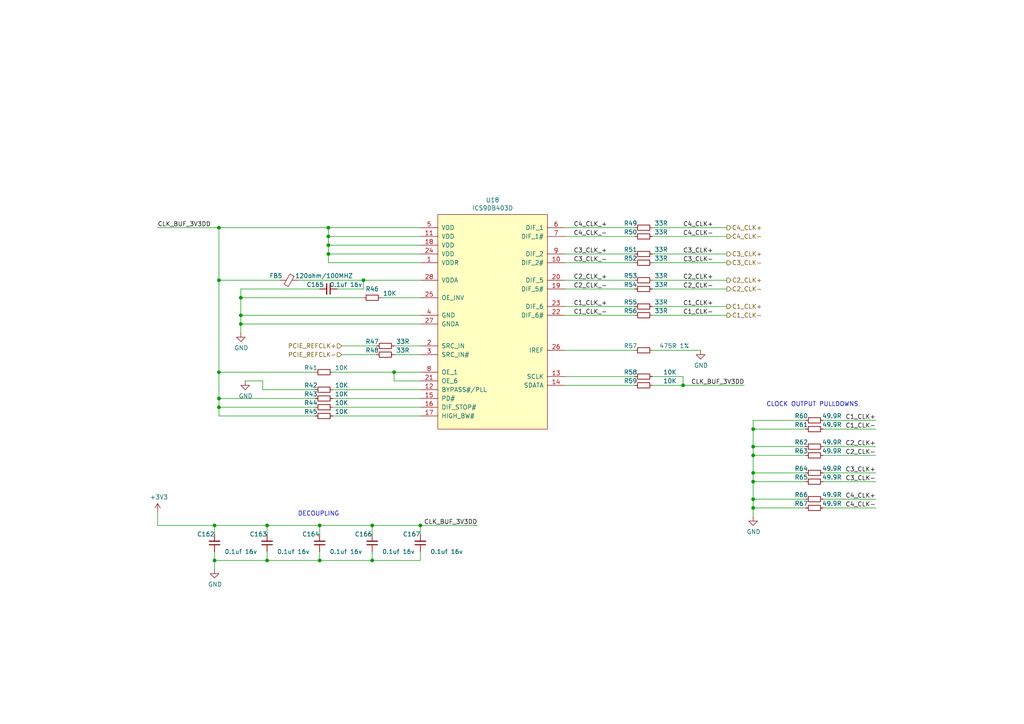
<source format=kicad_sch>
(kicad_sch (version 20211123) (generator eeschema)
  (paper "A4")
  (lib_symbols
    (symbol "Device:C_Small" (pin_numbers hide) (pin_names (offset 0.254) hide)
      (property "Reference" "C" (at 0.254 1.778 0))
      (property "Value" "C_Small" (at 0.254 -2.032 0))
      (symbol "C_Small_0_1"
        (polyline (pts (xy -1.524 -0.508) (xy 1.524 -0.508)) (stroke (width 0.3302)))
        (polyline (pts (xy -1.524 0.508) (xy 1.524 0.508)) (stroke (width 0.3048)))
      )
      (symbol "C_Small_1_1"
        (pin passive line (at 0 2.54 270) (length 2.032) (name "~") (number "1"))
        (pin passive line (at 0 -2.54 90) (length 2.032) (name "~") (number "2"))
      )
    )
    (symbol "Device:R_Small" (pin_numbers hide) (pin_names (offset 0.254) hide)
      (property "Reference" "R" (at 0.762 0.508 0))
      (property "Value" "R_Small" (at 0.762 -1.016 0))
      (symbol "R_Small_0_1"
        (rectangle (start -0.762 1.778) (end 0.762 -1.778) (stroke (width 0.2032)))
      )
      (symbol "R_Small_1_1"
        (pin passive line (at 0 2.54 270) (length 0.762) (name "~") (number "1"))
        (pin passive line (at 0 -2.54 90) (length 0.762) (name "~") (number "2"))
      )
    )
    (symbol "h2_USB3card-rescue:+3.3V-power" (power) (pin_names (offset 0))
      (property "Value" "+3.3V-power" (at 0 3.556 0))
      (symbol "+3.3V-power_0_1"
        (polyline (pts (xy -0.762 1.27) (xy 0 2.54)))
        (polyline (pts (xy 0 0) (xy 0 2.54)))
        (polyline (pts (xy 0 2.54) (xy 0.762 1.27)))
      )
      (symbol "+3.3V-power_1_1"
        (pin power_in line (at 0 0 90) (length 0) hide (name "+3V3") (number "1"))
      )
    )
    (symbol "h2_USB3card-rescue:Ferrite_Bead_Small-Device" (pin_numbers hide) (pin_names (offset 0))
      (property "Reference" "FB" (at 1.905 1.27 0))
      (property "Value" "Ferrite_Bead_Small-Device" (at 1.905 -1.27 0))
      (symbol "Ferrite_Bead_Small-Device_0_1"
        (polyline (pts (xy 0 -1.27) (xy 0 -0.7874)))
        (polyline (pts (xy 0 0.889) (xy 0 1.2954)))
        (polyline (pts (xy -1.8288 0.2794) (xy -1.1176 1.4986) (xy 1.8288 -0.2032) (xy 1.1176 -1.4224) (xy -1.8288 0.2794)))
      )
      (symbol "Ferrite_Bead_Small-Device_1_1"
        (pin passive line (at 0 2.54 270) (length 1.27) (name "~") (number "1"))
        (pin passive line (at 0 -2.54 90) (length 1.27) (name "~") (number "2"))
      )
    )
    (symbol "h2_USB3card-rescue:ICS9DB403D-ST_Extra" (pin_names (offset 1.016))
      (property "Reference" "U" (at -2.54 31.75 0))
      (property "Value" "ICS9DB403D-ST_Extra" (at 8.89 -33.02 0))
      (symbol "ICS9DB403D-ST_Extra_0_1"
        (rectangle (start -16.51 30.48) (end 15.24 -31.75) (fill (type background)))
      )
      (symbol "ICS9DB403D-ST_Extra_1_1"
        (pin power_in line (at -21.59 16.51 0) (length 5.08) (name "VDDR") (number "1"))
        (pin output line (at 20.32 16.51 180) (length 5.08) (name "DIF_2#") (number "10"))
        (pin power_in line (at -21.59 24.13 0) (length 5.08) (name "VDD") (number "11"))
        (pin input line (at -21.59 -20.32 0) (length 5.08) (name "BYPASS#/PLL") (number "12"))
        (pin input line (at 20.32 -16.51 180) (length 5.08) (name "SCLK") (number "13"))
        (pin bidirectional line (at 20.32 -19.05 180) (length 5.08) (name "SDATA") (number "14"))
        (pin input line (at -21.59 -22.86 0) (length 5.08) (name "PD#") (number "15"))
        (pin input line (at -21.59 -25.4 0) (length 5.08) (name "DIF_STOP#") (number "16"))
        (pin input line (at -21.59 -27.94 0) (length 5.08) (name "HIGH_BW#") (number "17"))
        (pin power_in line (at -21.59 21.59 0) (length 5.08) (name "VDD") (number "18"))
        (pin output line (at 20.32 8.89 180) (length 5.08) (name "DIF_5#") (number "19"))
        (pin input line (at -21.59 -7.62 0) (length 5.08) (name "SRC_IN") (number "2"))
        (pin output line (at 20.32 11.43 180) (length 5.08) (name "DIF_5") (number "20"))
        (pin input line (at -21.59 -17.78 0) (length 5.08) (name "OE_6") (number "21"))
        (pin output line (at 20.32 1.27 180) (length 5.08) (name "DIF_6#") (number "22"))
        (pin output line (at 20.32 3.81 180) (length 5.08) (name "DIF_6") (number "23"))
        (pin power_out line (at -21.59 19.05 0) (length 5.08) (name "VDD") (number "24"))
        (pin input line (at -21.59 6.35 0) (length 5.08) (name "OE_INV") (number "25"))
        (pin output line (at 20.32 -8.89 180) (length 5.08) (name "IREF") (number "26"))
        (pin power_in line (at -21.59 -1.27 0) (length 5.08) (name "GNDA") (number "27"))
        (pin power_in line (at -21.59 11.43 0) (length 5.08) (name "VDDA") (number "28"))
        (pin input line (at -21.59 -10.16 0) (length 5.08) (name "SRC_IN#") (number "3"))
        (pin power_in line (at -21.59 1.27 0) (length 5.08) (name "GND") (number "4"))
        (pin power_in line (at -21.59 26.67 0) (length 5.08) (name "VDD") (number "5"))
        (pin output line (at 20.32 26.67 180) (length 5.08) (name "DIF_1") (number "6"))
        (pin output line (at 20.32 24.13 180) (length 5.08) (name "DIF_1#") (number "7"))
        (pin input line (at -21.59 -15.24 0) (length 5.08) (name "OE_1") (number "8"))
        (pin output line (at 20.32 19.05 180) (length 5.08) (name "DIF_2") (number "9"))
      )
    )
    (symbol "power:GND" (power) (pin_names (offset 0))
      (property "Value" "GND" (at 0 -3.81 0))
      (symbol "GND_0_1"
        (polyline (pts (xy 0 0) (xy 0 -1.27) (xy 1.27 -1.27) (xy 0 -2.54) (xy -1.27 -1.27) (xy 0 -1.27)))
      )
      (symbol "GND_1_1"
        (pin power_in line (at 0 0 270) (length 0) hide (name "GND") (number "1"))
      )
    )
  )
  (junction (at 218.44 137.16))
  (junction (at 95.25 66.04))
  (junction (at 218.44 124.46))
  (junction (at 62.23 152.4))
  (junction (at 218.44 129.54))
  (junction (at 114.3 107.95))
  (junction (at 218.44 139.7))
  (junction (at 95.25 71.12))
  (junction (at 105.41 81.28))
  (junction (at 63.5 118.11))
  (junction (at 69.85 93.98))
  (junction (at 63.5 66.04))
  (junction (at 218.44 144.78))
  (junction (at 63.5 115.57))
  (junction (at 95.25 73.66))
  (junction (at 92.71 162.56))
  (junction (at 95.25 68.58))
  (junction (at 62.23 162.56))
  (junction (at 92.71 152.4))
  (junction (at 69.85 86.36))
  (junction (at 77.47 152.4))
  (junction (at 218.44 147.32))
  (junction (at 63.5 81.28))
  (junction (at 69.85 91.44))
  (junction (at 63.5 107.95))
  (junction (at 77.47 162.56))
  (junction (at 121.92 152.4))
  (junction (at 107.95 152.4))
  (junction (at 107.95 162.56))
  (junction (at 218.44 132.08))
  (junction (at 198.12 111.76))
  (wire (pts (xy 233.68 147.32) (xy 218.44 147.32)))
  (wire (pts (xy 218.44 144.78) (xy 218.44 147.32)))
  (wire (pts (xy 107.95 162.56) (xy 121.92 162.56)))
  (wire (pts (xy 121.92 93.98) (xy 69.85 93.98)))
  (wire (pts (xy 91.44 107.95) (xy 63.5 107.95)))
  (wire (pts (xy 238.76 147.32) (xy 254 147.32)))
  (wire (pts (xy 69.85 93.98) (xy 69.85 96.52)))
  (wire (pts (xy 189.23 83.82) (xy 210.82 83.82)))
  (wire (pts (xy 233.68 144.78) (xy 218.44 144.78)))
  (wire (pts (xy 63.5 107.95) (xy 63.5 81.28)))
  (wire (pts (xy 233.68 137.16) (xy 218.44 137.16)))
  (wire (pts (xy 63.5 120.65) (xy 63.5 118.11)))
  (wire (pts (xy 184.15 91.44) (xy 163.83 91.44)))
  (wire (pts (xy 238.76 144.78) (xy 254 144.78)))
  (wire (pts (xy 218.44 121.92) (xy 218.44 124.46)))
  (wire (pts (xy 121.92 91.44) (xy 69.85 91.44)))
  (wire (pts (xy 233.68 132.08) (xy 218.44 132.08)))
  (wire (pts (xy 218.44 139.7) (xy 218.44 144.78)))
  (wire (pts (xy 69.85 83.82) (xy 92.71 83.82)))
  (wire (pts (xy 105.41 86.36) (xy 69.85 86.36)))
  (wire (pts (xy 238.76 121.92) (xy 254 121.92)))
  (wire (pts (xy 121.92 110.49) (xy 114.3 110.49)))
  (wire (pts (xy 184.15 83.82) (xy 163.83 83.82)))
  (wire (pts (xy 198.12 111.76) (xy 215.9 111.76)))
  (wire (pts (xy 218.44 124.46) (xy 218.44 129.54)))
  (wire (pts (xy 121.92 152.4) (xy 107.95 152.4)))
  (wire (pts (xy 189.23 101.6) (xy 203.2 101.6)))
  (wire (pts (xy 121.92 115.57) (xy 96.52 115.57)))
  (wire (pts (xy 233.68 124.46) (xy 218.44 124.46)))
  (wire (pts (xy 77.47 160.02) (xy 77.47 162.56)))
  (wire (pts (xy 121.92 118.11) (xy 96.52 118.11)))
  (wire (pts (xy 163.83 88.9) (xy 184.15 88.9)))
  (wire (pts (xy 81.28 81.28) (xy 63.5 81.28)))
  (wire (pts (xy 121.92 76.2) (xy 95.25 76.2)))
  (wire (pts (xy 184.15 109.22) (xy 163.83 109.22)))
  (wire (pts (xy 189.23 73.66) (xy 210.82 73.66)))
  (wire (pts (xy 69.85 91.44) (xy 69.85 93.98)))
  (wire (pts (xy 233.68 129.54) (xy 218.44 129.54)))
  (wire (pts (xy 97.79 83.82) (xy 105.41 83.82)))
  (wire (pts (xy 92.71 162.56) (xy 107.95 162.56)))
  (wire (pts (xy 121.92 73.66) (xy 95.25 73.66)))
  (wire (pts (xy 107.95 152.4) (xy 107.95 154.94)))
  (wire (pts (xy 121.92 86.36) (xy 110.49 86.36)))
  (wire (pts (xy 109.22 100.33) (xy 99.06 100.33)))
  (wire (pts (xy 163.83 73.66) (xy 184.15 73.66)))
  (wire (pts (xy 184.15 66.04) (xy 163.83 66.04)))
  (wire (pts (xy 63.5 115.57) (xy 63.5 107.95)))
  (wire (pts (xy 233.68 139.7) (xy 218.44 139.7)))
  (wire (pts (xy 121.92 152.4) (xy 138.43 152.4)))
  (wire (pts (xy 95.25 66.04) (xy 63.5 66.04)))
  (wire (pts (xy 218.44 137.16) (xy 218.44 139.7)))
  (wire (pts (xy 99.06 102.87) (xy 109.22 102.87)))
  (wire (pts (xy 77.47 162.56) (xy 92.71 162.56)))
  (wire (pts (xy 107.95 162.56) (xy 107.95 160.02)))
  (wire (pts (xy 91.44 118.11) (xy 63.5 118.11)))
  (wire (pts (xy 163.83 81.28) (xy 184.15 81.28)))
  (wire (pts (xy 62.23 165.1) (xy 62.23 162.56)))
  (wire (pts (xy 121.92 120.65) (xy 96.52 120.65)))
  (wire (pts (xy 189.23 81.28) (xy 210.82 81.28)))
  (wire (pts (xy 218.44 132.08) (xy 218.44 137.16)))
  (wire (pts (xy 189.23 88.9) (xy 210.82 88.9)))
  (wire (pts (xy 198.12 109.22) (xy 198.12 111.76)))
  (wire (pts (xy 238.76 129.54) (xy 254 129.54)))
  (wire (pts (xy 198.12 111.76) (xy 189.23 111.76)))
  (wire (pts (xy 121.92 71.12) (xy 95.25 71.12)))
  (wire (pts (xy 91.44 115.57) (xy 63.5 115.57)))
  (wire (pts (xy 71.12 110.49) (xy 76.2 110.49)))
  (wire (pts (xy 76.2 110.49) (xy 76.2 113.03)))
  (wire (pts (xy 77.47 152.4) (xy 92.71 152.4)))
  (wire (pts (xy 218.44 147.32) (xy 218.44 149.86)))
  (wire (pts (xy 92.71 154.94) (xy 92.71 152.4)))
  (wire (pts (xy 77.47 154.94) (xy 77.47 152.4)))
  (wire (pts (xy 189.23 91.44) (xy 210.82 91.44)))
  (wire (pts (xy 95.25 76.2) (xy 95.25 73.66)))
  (wire (pts (xy 69.85 86.36) (xy 69.85 83.82)))
  (wire (pts (xy 238.76 137.16) (xy 254 137.16)))
  (wire (pts (xy 233.68 121.92) (xy 218.44 121.92)))
  (wire (pts (xy 62.23 154.94) (xy 62.23 152.4)))
  (wire (pts (xy 189.23 76.2) (xy 210.82 76.2)))
  (wire (pts (xy 76.2 113.03) (xy 91.44 113.03)))
  (wire (pts (xy 121.92 113.03) (xy 96.52 113.03)))
  (wire (pts (xy 92.71 152.4) (xy 107.95 152.4)))
  (wire (pts (xy 92.71 160.02) (xy 92.71 162.56)))
  (wire (pts (xy 62.23 162.56) (xy 77.47 162.56)))
  (wire (pts (xy 45.72 152.4) (xy 62.23 152.4)))
  (wire (pts (xy 238.76 132.08) (xy 254 132.08)))
  (wire (pts (xy 45.72 66.04) (xy 63.5 66.04)))
  (wire (pts (xy 105.41 81.28) (xy 121.92 81.28)))
  (wire (pts (xy 91.44 120.65) (xy 63.5 120.65)))
  (wire (pts (xy 121.92 100.33) (xy 114.3 100.33)))
  (wire (pts (xy 121.92 107.95) (xy 114.3 107.95)))
  (wire (pts (xy 238.76 139.7) (xy 254 139.7)))
  (wire (pts (xy 86.36 81.28) (xy 105.41 81.28)))
  (wire (pts (xy 95.25 73.66) (xy 95.25 71.12)))
  (wire (pts (xy 163.83 111.76) (xy 184.15 111.76)))
  (wire (pts (xy 121.92 68.58) (xy 95.25 68.58)))
  (wire (pts (xy 63.5 81.28) (xy 63.5 66.04)))
  (wire (pts (xy 189.23 66.04) (xy 210.82 66.04)))
  (wire (pts (xy 95.25 68.58) (xy 95.25 66.04)))
  (wire (pts (xy 45.72 152.4) (xy 45.72 148.59)))
  (wire (pts (xy 121.92 66.04) (xy 95.25 66.04)))
  (wire (pts (xy 189.23 68.58) (xy 210.82 68.58)))
  (wire (pts (xy 121.92 162.56) (xy 121.92 160.02)))
  (wire (pts (xy 163.83 101.6) (xy 184.15 101.6)))
  (wire (pts (xy 95.25 71.12) (xy 95.25 68.58)))
  (wire (pts (xy 121.92 154.94) (xy 121.92 152.4)))
  (wire (pts (xy 105.41 83.82) (xy 105.41 81.28)))
  (wire (pts (xy 189.23 109.22) (xy 198.12 109.22)))
  (wire (pts (xy 96.52 107.95) (xy 114.3 107.95)))
  (wire (pts (xy 63.5 118.11) (xy 63.5 115.57)))
  (wire (pts (xy 62.23 160.02) (xy 62.23 162.56)))
  (wire (pts (xy 184.15 68.58) (xy 163.83 68.58)))
  (wire (pts (xy 218.44 129.54) (xy 218.44 132.08)))
  (wire (pts (xy 62.23 152.4) (xy 77.47 152.4)))
  (wire (pts (xy 114.3 110.49) (xy 114.3 107.95)))
  (wire (pts (xy 184.15 76.2) (xy 163.83 76.2)))
  (wire (pts (xy 238.76 124.46) (xy 254 124.46)))
  (wire (pts (xy 114.3 102.87) (xy 121.92 102.87)))
  (wire (pts (xy 69.85 86.36) (xy 69.85 91.44)))
  (text "CLOCK OUTPUT PULLDOWNS" (at 222.25 118.11 0) (effects (font (size 1.27 1.27)) (justify left bottom)))
  (text "DECOUPLING" (at 86.36 149.86 0) (effects (font (size 1.27 1.27)) (justify left bottom)))
  (label "C1_CLK_+" (at 166.37 88.9 0))
  (label "C4_CLK_+" (at 166.37 66.04 0))
  (label "C2_CLK+" (at 254 129.54 180))
  (label "CLK_BUF_3V3DD" (at 138.43 152.4 180))
  (label "C2_CLK_-" (at 166.37 83.82 0))
  (label "C1_CLK-" (at 254 124.46 180))
  (label "C3_CLK-" (at 198.12 76.2 0))
  (label "C3_CLK-" (at 254 139.7 180))
  (label "C1_CLK_-" (at 166.37 91.44 0))
  (label "C4_CLK_-" (at 166.37 68.58 0))
  (label "C3_CLK_-" (at 166.37 76.2 0))
  (label "C2_CLK-" (at 254 132.08 180))
  (label "C2_CLK+" (at 198.12 81.28 0))
  (label "C1_CLK-" (at 198.12 91.44 0))
  (label "C4_CLK+" (at 254 144.78 180))
  (label "C3_CLK+" (at 254 137.16 180))
  (label "CLK_BUF_3V3DD" (at 45.72 66.04 0))
  (label "C4_CLK-" (at 198.12 68.58 0))
  (label "C3_CLK+" (at 198.12 73.66 0))
  (label "C2_CLK-" (at 198.12 83.82 0))
  (label "C1_CLK+" (at 254 121.92 180))
  (label "C4_CLK+" (at 198.12 66.04 0))
  (label "CLK_BUF_3V3DD" (at 215.9 111.76 180))
  (label "C4_CLK-" (at 254 147.32 180))
  (label "C1_CLK+" (at 198.12 88.9 0))
  (label "C3_CLK_+" (at 166.37 73.66 0))
  (label "C2_CLK_+" (at 166.37 81.28 0))
  (hierarchical_label "C4_CLK+" (shape output) (at 210.82 66.04 0))
  (hierarchical_label "C3_CLK-" (shape output) (at 210.82 76.2 0))
  (hierarchical_label "C2_CLK+" (shape output) (at 210.82 81.28 0))
  (hierarchical_label "PCIE_REFCLK+" (shape input) (at 99.06 100.33 180))
  (hierarchical_label "C4_CLK-" (shape output) (at 210.82 68.58 0))
  (hierarchical_label "C3_CLK+" (shape output) (at 210.82 73.66 0))
  (hierarchical_label "PCIE_REFCLK-" (shape input) (at 99.06 102.87 180))
  (hierarchical_label "C1_CLK-" (shape output) (at 210.82 91.44 0))
  (hierarchical_label "C1_CLK+" (shape output) (at 210.82 88.9 0))
  (hierarchical_label "C2_CLK-" (shape output) (at 210.82 83.82 0))
  (symbol (lib_id "power:GND") (at 62.23 165.1 0) (unit 1)
    (property "Reference" "#PWR082" (effects hide))
    (property "Value" "GND" (at 62.357 169.4942 0))
  )
  (symbol (lib_id "h2_USB3card-rescue:ICS9DB403D-ST_Extra") (at 143.51 92.71 0) (unit 1)
    (property "Reference" "U18" (at 142.875 58.039 0))
    (property "Value" "ICS9DB403D" (at 142.875 60.3504 0))
    (property "Footprint" "Package_SO:SSOP-28_5.3x10.2mm_P0.65mm" (effects hide))
  )
  (symbol (lib_id "h2_USB3card-rescue:Ferrite_Bead_Small-Device") (at 83.82 81.28 270) (unit 1)
    (property "Reference" "FB5" (at 80.01 80.01 90))
    (property "Value" "120ohm/100MHZ" (at 93.98 80.01 90))
    (property "Footprint" "Inductor_SMD:L_0603_1608Metric" (effects hide))
  )
  (symbol (lib_id "Device:R_Small") (at 107.95 86.36 270) (unit 1)
    (property "Reference" "R46" (at 107.95 83.82 90))
    (property "Value" "10K" (at 113.03 85.09 90))
    (property "Footprint" "Capacitor_SMD:C_0402_1005Metric" (effects hide))
  )
  (symbol (lib_id "power:GND") (at 69.85 96.52 0) (unit 1)
    (property "Reference" "#PWR083" (effects hide))
    (property "Value" "GND" (at 69.977 100.9142 0))
  )
  (symbol (lib_id "Device:C_Small") (at 95.25 83.82 270) (unit 1)
    (property "Reference" "C165" (at 91.44 82.55 90))
    (property "Value" "0.1uf 16v" (at 100.33 82.55 90))
    (property "Footprint" "Capacitor_SMD:C_0402_1005Metric" (effects hide))
  )
  (symbol (lib_id "Device:R_Small") (at 111.76 100.33 270) (unit 1)
    (property "Reference" "R47" (at 107.95 99.06 90))
    (property "Value" "33R" (at 116.84 99.06 90))
    (property "Footprint" "Capacitor_SMD:C_0402_1005Metric" (effects hide))
  )
  (symbol (lib_id "Device:R_Small") (at 111.76 102.87 270) (unit 1)
    (property "Reference" "R48" (at 107.95 101.6 90))
    (property "Value" "33R" (at 116.84 101.6 90))
    (property "Footprint" "Capacitor_SMD:C_0402_1005Metric" (effects hide))
  )
  (symbol (lib_id "Device:R_Small") (at 93.98 107.95 270) (unit 1)
    (property "Reference" "R41" (at 90.17 106.68 90))
    (property "Value" "10K" (at 99.06 106.68 90))
    (property "Footprint" "Capacitor_SMD:C_0402_1005Metric" (effects hide))
  )
  (symbol (lib_id "Device:R_Small") (at 93.98 113.03 270) (unit 1)
    (property "Reference" "R42" (at 90.17 111.76 90))
    (property "Value" "10K" (at 99.06 111.76 90))
    (property "Footprint" "Capacitor_SMD:C_0402_1005Metric" (effects hide))
  )
  (symbol (lib_id "Device:R_Small") (at 93.98 115.57 270) (unit 1)
    (property "Reference" "R43" (at 90.17 114.3 90))
    (property "Value" "10K" (at 99.06 114.3 90))
    (property "Footprint" "Capacitor_SMD:C_0402_1005Metric" (effects hide))
  )
  (symbol (lib_id "Device:R_Small") (at 93.98 118.11 270) (unit 1)
    (property "Reference" "R44" (at 90.17 116.84 90))
    (property "Value" "10K" (at 99.06 116.84 90))
    (property "Footprint" "Capacitor_SMD:C_0402_1005Metric" (effects hide))
  )
  (symbol (lib_id "Device:R_Small") (at 93.98 120.65 270) (unit 1)
    (property "Reference" "R45" (at 90.17 119.38 90))
    (property "Value" "10K" (at 99.06 119.38 90))
    (property "Footprint" "Capacitor_SMD:C_0402_1005Metric" (effects hide))
  )
  (symbol (lib_id "power:GND") (at 71.12 110.49 0) (unit 1)
    (property "Reference" "#PWR084" (effects hide))
    (property "Value" "GND" (at 71.247 114.8842 0))
  )
  (symbol (lib_id "Device:R_Small") (at 186.69 66.04 270) (unit 1)
    (property "Reference" "R49" (at 182.88 64.77 90))
    (property "Value" "33R" (at 191.77 64.77 90))
    (property "Footprint" "Capacitor_SMD:C_0402_1005Metric" (effects hide))
  )
  (symbol (lib_id "Device:R_Small") (at 186.69 68.58 270) (unit 1)
    (property "Reference" "R50" (at 182.88 67.31 90))
    (property "Value" "33R" (at 191.77 67.31 90))
    (property "Footprint" "Capacitor_SMD:C_0402_1005Metric" (effects hide))
  )
  (symbol (lib_id "Device:R_Small") (at 186.69 73.66 270) (unit 1)
    (property "Reference" "R51" (at 182.88 72.39 90))
    (property "Value" "33R" (at 191.77 72.39 90))
    (property "Footprint" "Capacitor_SMD:C_0402_1005Metric" (effects hide))
  )
  (symbol (lib_id "Device:R_Small") (at 186.69 76.2 270) (unit 1)
    (property "Reference" "R52" (at 182.88 74.93 90))
    (property "Value" "33R" (at 191.77 74.93 90))
    (property "Footprint" "Capacitor_SMD:C_0402_1005Metric" (effects hide))
  )
  (symbol (lib_id "Device:R_Small") (at 186.69 81.28 270) (unit 1)
    (property "Reference" "R53" (at 182.88 80.01 90))
    (property "Value" "33R" (at 191.77 80.01 90))
    (property "Footprint" "Capacitor_SMD:C_0402_1005Metric" (effects hide))
  )
  (symbol (lib_id "Device:R_Small") (at 186.69 83.82 270) (unit 1)
    (property "Reference" "R54" (at 182.88 82.55 90))
    (property "Value" "33R" (at 191.77 82.55 90))
    (property "Footprint" "Capacitor_SMD:C_0402_1005Metric" (effects hide))
  )
  (symbol (lib_id "Device:R_Small") (at 186.69 88.9 270) (unit 1)
    (property "Reference" "R55" (at 182.88 87.63 90))
    (property "Value" "33R" (at 191.77 87.63 90))
    (property "Footprint" "Capacitor_SMD:C_0402_1005Metric" (effects hide))
  )
  (symbol (lib_id "Device:R_Small") (at 186.69 91.44 270) (unit 1)
    (property "Reference" "R56" (at 182.88 90.17 90))
    (property "Value" "33R" (at 191.77 90.17 90))
    (property "Footprint" "Capacitor_SMD:C_0402_1005Metric" (effects hide))
  )
  (symbol (lib_id "Device:R_Small") (at 186.69 101.6 270) (unit 1)
    (property "Reference" "R57" (at 182.88 100.33 90))
    (property "Value" "475R 1%" (at 195.58 100.33 90))
    (property "Footprint" "Capacitor_SMD:C_0402_1005Metric" (effects hide))
  )
  (symbol (lib_id "Device:R_Small") (at 186.69 109.22 270) (unit 1)
    (property "Reference" "R58" (at 182.88 107.95 90))
    (property "Value" "10K" (at 194.31 107.95 90))
    (property "Footprint" "Capacitor_SMD:C_0402_1005Metric" (effects hide))
  )
  (symbol (lib_id "Device:R_Small") (at 186.69 111.76 270) (unit 1)
    (property "Reference" "R59" (at 182.88 110.49 90))
    (property "Value" "10K" (at 194.31 110.49 90))
    (property "Footprint" "Capacitor_SMD:C_0402_1005Metric" (effects hide))
  )
  (symbol (lib_id "power:GND") (at 203.2 101.6 0) (unit 1)
    (property "Reference" "#PWR085" (effects hide))
    (property "Value" "GND" (at 203.327 105.9942 0))
  )
  (symbol (lib_id "power:GND") (at 218.44 149.86 0) (unit 1)
    (property "Reference" "#PWR086" (effects hide))
    (property "Value" "GND" (at 218.567 154.2542 0))
  )
  (symbol (lib_id "Device:R_Small") (at 236.22 121.92 270) (unit 1)
    (property "Reference" "R60" (at 232.41 120.65 90))
    (property "Value" "49.9R" (at 241.3 120.65 90))
    (property "Footprint" "Capacitor_SMD:C_0402_1005Metric" (effects hide))
  )
  (symbol (lib_id "Device:R_Small") (at 236.22 124.46 270) (unit 1)
    (property "Reference" "R61" (at 232.41 123.19 90))
    (property "Value" "49.9R" (at 241.3 123.19 90))
    (property "Footprint" "Capacitor_SMD:C_0402_1005Metric" (effects hide))
  )
  (symbol (lib_id "Device:R_Small") (at 236.22 129.54 270) (unit 1)
    (property "Reference" "R62" (at 232.41 128.27 90))
    (property "Value" "49.9R" (at 241.3 128.27 90))
    (property "Footprint" "Capacitor_SMD:C_0402_1005Metric" (effects hide))
  )
  (symbol (lib_id "Device:R_Small") (at 236.22 132.08 270) (unit 1)
    (property "Reference" "R63" (at 232.41 130.81 90))
    (property "Value" "49.9R" (at 241.3 130.81 90))
    (property "Footprint" "Capacitor_SMD:C_0402_1005Metric" (effects hide))
  )
  (symbol (lib_id "Device:R_Small") (at 236.22 137.16 270) (unit 1)
    (property "Reference" "R64" (at 232.41 135.89 90))
    (property "Value" "49.9R" (at 241.3 135.89 90))
    (property "Footprint" "Capacitor_SMD:C_0402_1005Metric" (effects hide))
  )
  (symbol (lib_id "Device:R_Small") (at 236.22 139.7 270) (unit 1)
    (property "Reference" "R65" (at 232.41 138.43 90))
    (property "Value" "49.9R" (at 241.3 138.43 90))
    (property "Footprint" "Capacitor_SMD:C_0402_1005Metric" (effects hide))
  )
  (symbol (lib_id "Device:R_Small") (at 236.22 144.78 270) (unit 1)
    (property "Reference" "R66" (at 232.41 143.51 90))
    (property "Value" "49.9R" (at 241.3 143.51 90))
    (property "Footprint" "Capacitor_SMD:C_0402_1005Metric" (effects hide))
  )
  (symbol (lib_id "Device:R_Small") (at 236.22 147.32 270) (unit 1)
    (property "Reference" "R67" (at 232.41 146.05 90))
    (property "Value" "49.9R" (at 241.3 146.05 90))
    (property "Footprint" "Capacitor_SMD:C_0402_1005Metric" (effects hide))
  )
  (symbol (lib_id "h2_USB3card-rescue:+3.3V-power") (at 45.72 148.59 0) (unit 1)
    (property "Reference" "#PWR081" (effects hide))
    (property "Value" "+3.3V" (at 46.101 144.1958 0))
  )
  (symbol (lib_id "Device:C_Small") (at 62.23 157.48 180) (unit 1)
    (property "Reference" "C162" (at 59.69 154.94 0))
    (property "Value" "0.1uf 16v" (at 69.85 160.02 0))
    (property "Footprint" "Capacitor_SMD:C_0402_1005Metric" (effects hide))
  )
  (symbol (lib_id "Device:C_Small") (at 77.47 157.48 180) (unit 1)
    (property "Reference" "C163" (at 74.93 154.94 0))
    (property "Value" "0.1uf 16v" (at 85.09 160.02 0))
    (property "Footprint" "Capacitor_SMD:C_0402_1005Metric" (effects hide))
  )
  (symbol (lib_id "Device:C_Small") (at 92.71 157.48 180) (unit 1)
    (property "Reference" "C164" (at 90.17 154.94 0))
    (property "Value" "0.1uf 16v" (at 100.33 160.02 0))
    (property "Footprint" "Capacitor_SMD:C_0402_1005Metric" (effects hide))
  )
  (symbol (lib_id "Device:C_Small") (at 107.95 157.48 180) (unit 1)
    (property "Reference" "C166" (at 105.41 154.94 0))
    (property "Value" "0.1uf 16v" (at 115.57 160.02 0))
    (property "Footprint" "Capacitor_SMD:C_0402_1005Metric" (effects hide))
  )
  (symbol (lib_id "Device:C_Small") (at 121.92 157.48 180) (unit 1)
    (property "Reference" "C167" (at 119.38 154.94 0))
    (property "Value" "0.1uf 16v" (at 129.54 160.02 0))
    (property "Footprint" "Capacitor_SMD:C_0402_1005Metric" (effects hide))
  )
)
</source>
